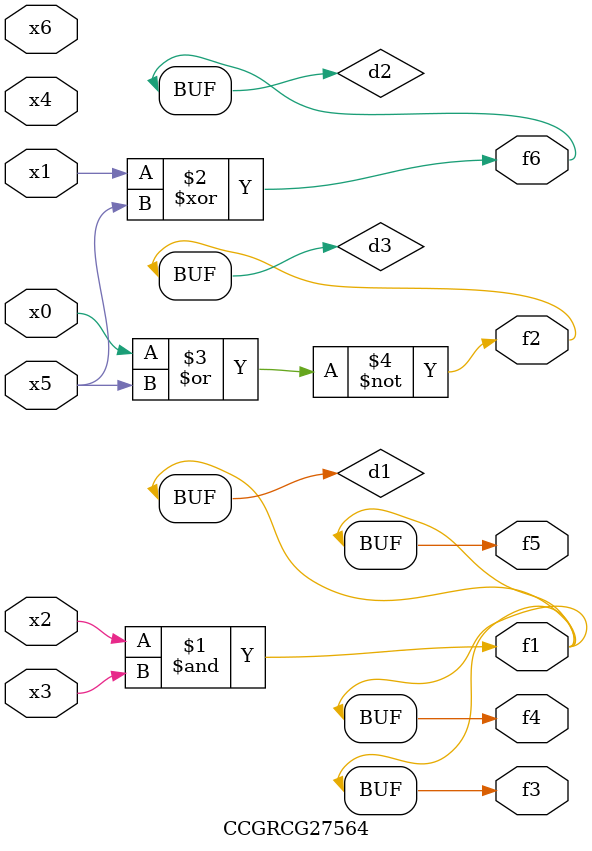
<source format=v>
module CCGRCG27564(
	input x0, x1, x2, x3, x4, x5, x6,
	output f1, f2, f3, f4, f5, f6
);

	wire d1, d2, d3;

	and (d1, x2, x3);
	xor (d2, x1, x5);
	nor (d3, x0, x5);
	assign f1 = d1;
	assign f2 = d3;
	assign f3 = d1;
	assign f4 = d1;
	assign f5 = d1;
	assign f6 = d2;
endmodule

</source>
